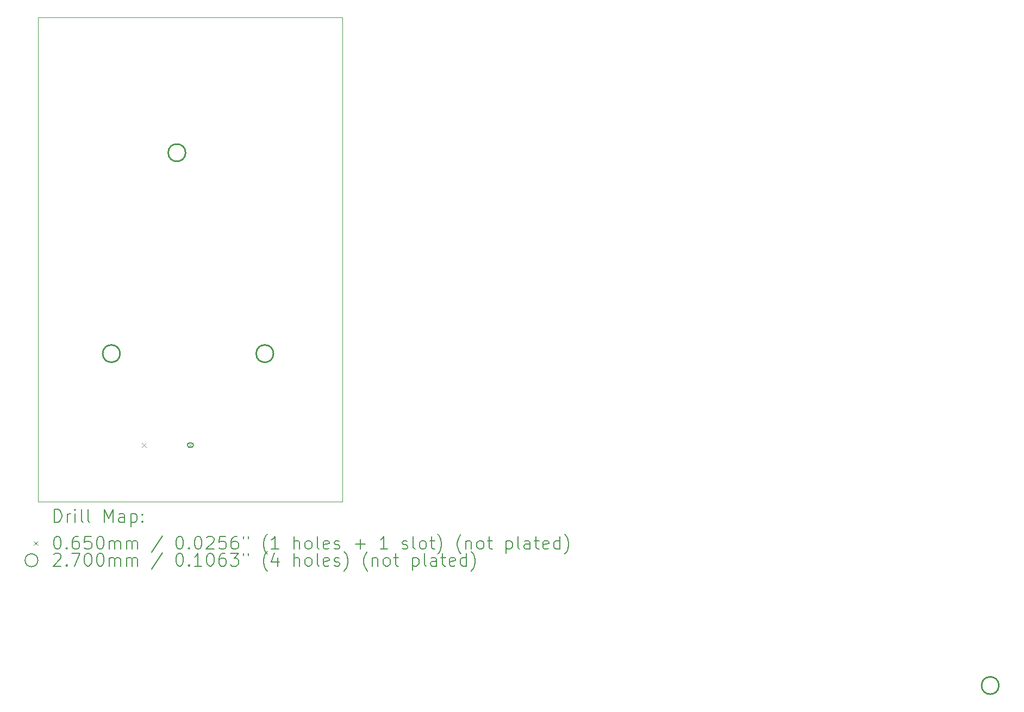
<source format=gbr>
%TF.GenerationSoftware,KiCad,Pcbnew,(6.0.7)*%
%TF.CreationDate,2022-09-28T03:26:42-04:00*%
%TF.ProjectId,picopilotv1,7069636f-7069-46c6-9f74-76312e6b6963,rev?*%
%TF.SameCoordinates,Original*%
%TF.FileFunction,Drillmap*%
%TF.FilePolarity,Positive*%
%FSLAX45Y45*%
G04 Gerber Fmt 4.5, Leading zero omitted, Abs format (unit mm)*
G04 Created by KiCad (PCBNEW (6.0.7)) date 2022-09-28 03:26:42*
%MOMM*%
%LPD*%
G01*
G04 APERTURE LIST*
%ADD10C,0.100000*%
%ADD11C,0.200000*%
%ADD12C,0.065000*%
%ADD13C,0.270000*%
G04 APERTURE END LIST*
D10*
X9260000Y-4560000D02*
X14000000Y-4560000D01*
X14000000Y-4560000D02*
X14000000Y-12110000D01*
X14000000Y-12110000D02*
X9260000Y-12110000D01*
X9260000Y-12110000D02*
X9260000Y-4560000D01*
D11*
D12*
X10877500Y-11191500D02*
X10942500Y-11256500D01*
X10942500Y-11191500D02*
X10877500Y-11256500D01*
X11597500Y-11191500D02*
X11662500Y-11256500D01*
X11662500Y-11191500D02*
X11597500Y-11256500D01*
D11*
X11615000Y-11256500D02*
X11645000Y-11256500D01*
X11615000Y-11191500D02*
X11645000Y-11191500D01*
X11645000Y-11256500D02*
G75*
G03*
X11645000Y-11191500I0J32500D01*
G01*
X11615000Y-11191500D02*
G75*
G03*
X11615000Y-11256500I0J-32500D01*
G01*
D13*
X10535000Y-9800000D02*
G75*
G03*
X10535000Y-9800000I-135000J0D01*
G01*
X11555000Y-6670000D02*
G75*
G03*
X11555000Y-6670000I-135000J0D01*
G01*
X12925000Y-9800000D02*
G75*
G03*
X12925000Y-9800000I-135000J0D01*
G01*
X24225000Y-14970000D02*
G75*
G03*
X24225000Y-14970000I-135000J0D01*
G01*
D11*
X9512619Y-12425476D02*
X9512619Y-12225476D01*
X9560238Y-12225476D01*
X9588810Y-12235000D01*
X9607857Y-12254048D01*
X9617381Y-12273095D01*
X9626905Y-12311190D01*
X9626905Y-12339762D01*
X9617381Y-12377857D01*
X9607857Y-12396905D01*
X9588810Y-12415952D01*
X9560238Y-12425476D01*
X9512619Y-12425476D01*
X9712619Y-12425476D02*
X9712619Y-12292143D01*
X9712619Y-12330238D02*
X9722143Y-12311190D01*
X9731667Y-12301667D01*
X9750714Y-12292143D01*
X9769762Y-12292143D01*
X9836429Y-12425476D02*
X9836429Y-12292143D01*
X9836429Y-12225476D02*
X9826905Y-12235000D01*
X9836429Y-12244524D01*
X9845952Y-12235000D01*
X9836429Y-12225476D01*
X9836429Y-12244524D01*
X9960238Y-12425476D02*
X9941190Y-12415952D01*
X9931667Y-12396905D01*
X9931667Y-12225476D01*
X10065000Y-12425476D02*
X10045952Y-12415952D01*
X10036429Y-12396905D01*
X10036429Y-12225476D01*
X10293571Y-12425476D02*
X10293571Y-12225476D01*
X10360238Y-12368333D01*
X10426905Y-12225476D01*
X10426905Y-12425476D01*
X10607857Y-12425476D02*
X10607857Y-12320714D01*
X10598333Y-12301667D01*
X10579286Y-12292143D01*
X10541190Y-12292143D01*
X10522143Y-12301667D01*
X10607857Y-12415952D02*
X10588810Y-12425476D01*
X10541190Y-12425476D01*
X10522143Y-12415952D01*
X10512619Y-12396905D01*
X10512619Y-12377857D01*
X10522143Y-12358809D01*
X10541190Y-12349286D01*
X10588810Y-12349286D01*
X10607857Y-12339762D01*
X10703095Y-12292143D02*
X10703095Y-12492143D01*
X10703095Y-12301667D02*
X10722143Y-12292143D01*
X10760238Y-12292143D01*
X10779286Y-12301667D01*
X10788810Y-12311190D01*
X10798333Y-12330238D01*
X10798333Y-12387381D01*
X10788810Y-12406428D01*
X10779286Y-12415952D01*
X10760238Y-12425476D01*
X10722143Y-12425476D01*
X10703095Y-12415952D01*
X10884048Y-12406428D02*
X10893571Y-12415952D01*
X10884048Y-12425476D01*
X10874524Y-12415952D01*
X10884048Y-12406428D01*
X10884048Y-12425476D01*
X10884048Y-12301667D02*
X10893571Y-12311190D01*
X10884048Y-12320714D01*
X10874524Y-12311190D01*
X10884048Y-12301667D01*
X10884048Y-12320714D01*
D12*
X9190000Y-12722500D02*
X9255000Y-12787500D01*
X9255000Y-12722500D02*
X9190000Y-12787500D01*
D11*
X9550714Y-12645476D02*
X9569762Y-12645476D01*
X9588810Y-12655000D01*
X9598333Y-12664524D01*
X9607857Y-12683571D01*
X9617381Y-12721667D01*
X9617381Y-12769286D01*
X9607857Y-12807381D01*
X9598333Y-12826428D01*
X9588810Y-12835952D01*
X9569762Y-12845476D01*
X9550714Y-12845476D01*
X9531667Y-12835952D01*
X9522143Y-12826428D01*
X9512619Y-12807381D01*
X9503095Y-12769286D01*
X9503095Y-12721667D01*
X9512619Y-12683571D01*
X9522143Y-12664524D01*
X9531667Y-12655000D01*
X9550714Y-12645476D01*
X9703095Y-12826428D02*
X9712619Y-12835952D01*
X9703095Y-12845476D01*
X9693571Y-12835952D01*
X9703095Y-12826428D01*
X9703095Y-12845476D01*
X9884048Y-12645476D02*
X9845952Y-12645476D01*
X9826905Y-12655000D01*
X9817381Y-12664524D01*
X9798333Y-12693095D01*
X9788810Y-12731190D01*
X9788810Y-12807381D01*
X9798333Y-12826428D01*
X9807857Y-12835952D01*
X9826905Y-12845476D01*
X9865000Y-12845476D01*
X9884048Y-12835952D01*
X9893571Y-12826428D01*
X9903095Y-12807381D01*
X9903095Y-12759762D01*
X9893571Y-12740714D01*
X9884048Y-12731190D01*
X9865000Y-12721667D01*
X9826905Y-12721667D01*
X9807857Y-12731190D01*
X9798333Y-12740714D01*
X9788810Y-12759762D01*
X10084048Y-12645476D02*
X9988810Y-12645476D01*
X9979286Y-12740714D01*
X9988810Y-12731190D01*
X10007857Y-12721667D01*
X10055476Y-12721667D01*
X10074524Y-12731190D01*
X10084048Y-12740714D01*
X10093571Y-12759762D01*
X10093571Y-12807381D01*
X10084048Y-12826428D01*
X10074524Y-12835952D01*
X10055476Y-12845476D01*
X10007857Y-12845476D01*
X9988810Y-12835952D01*
X9979286Y-12826428D01*
X10217381Y-12645476D02*
X10236429Y-12645476D01*
X10255476Y-12655000D01*
X10265000Y-12664524D01*
X10274524Y-12683571D01*
X10284048Y-12721667D01*
X10284048Y-12769286D01*
X10274524Y-12807381D01*
X10265000Y-12826428D01*
X10255476Y-12835952D01*
X10236429Y-12845476D01*
X10217381Y-12845476D01*
X10198333Y-12835952D01*
X10188810Y-12826428D01*
X10179286Y-12807381D01*
X10169762Y-12769286D01*
X10169762Y-12721667D01*
X10179286Y-12683571D01*
X10188810Y-12664524D01*
X10198333Y-12655000D01*
X10217381Y-12645476D01*
X10369762Y-12845476D02*
X10369762Y-12712143D01*
X10369762Y-12731190D02*
X10379286Y-12721667D01*
X10398333Y-12712143D01*
X10426905Y-12712143D01*
X10445952Y-12721667D01*
X10455476Y-12740714D01*
X10455476Y-12845476D01*
X10455476Y-12740714D02*
X10465000Y-12721667D01*
X10484048Y-12712143D01*
X10512619Y-12712143D01*
X10531667Y-12721667D01*
X10541190Y-12740714D01*
X10541190Y-12845476D01*
X10636429Y-12845476D02*
X10636429Y-12712143D01*
X10636429Y-12731190D02*
X10645952Y-12721667D01*
X10665000Y-12712143D01*
X10693571Y-12712143D01*
X10712619Y-12721667D01*
X10722143Y-12740714D01*
X10722143Y-12845476D01*
X10722143Y-12740714D02*
X10731667Y-12721667D01*
X10750714Y-12712143D01*
X10779286Y-12712143D01*
X10798333Y-12721667D01*
X10807857Y-12740714D01*
X10807857Y-12845476D01*
X11198333Y-12635952D02*
X11026905Y-12893095D01*
X11455476Y-12645476D02*
X11474524Y-12645476D01*
X11493571Y-12655000D01*
X11503095Y-12664524D01*
X11512619Y-12683571D01*
X11522143Y-12721667D01*
X11522143Y-12769286D01*
X11512619Y-12807381D01*
X11503095Y-12826428D01*
X11493571Y-12835952D01*
X11474524Y-12845476D01*
X11455476Y-12845476D01*
X11436428Y-12835952D01*
X11426905Y-12826428D01*
X11417381Y-12807381D01*
X11407857Y-12769286D01*
X11407857Y-12721667D01*
X11417381Y-12683571D01*
X11426905Y-12664524D01*
X11436428Y-12655000D01*
X11455476Y-12645476D01*
X11607857Y-12826428D02*
X11617381Y-12835952D01*
X11607857Y-12845476D01*
X11598333Y-12835952D01*
X11607857Y-12826428D01*
X11607857Y-12845476D01*
X11741190Y-12645476D02*
X11760238Y-12645476D01*
X11779286Y-12655000D01*
X11788809Y-12664524D01*
X11798333Y-12683571D01*
X11807857Y-12721667D01*
X11807857Y-12769286D01*
X11798333Y-12807381D01*
X11788809Y-12826428D01*
X11779286Y-12835952D01*
X11760238Y-12845476D01*
X11741190Y-12845476D01*
X11722143Y-12835952D01*
X11712619Y-12826428D01*
X11703095Y-12807381D01*
X11693571Y-12769286D01*
X11693571Y-12721667D01*
X11703095Y-12683571D01*
X11712619Y-12664524D01*
X11722143Y-12655000D01*
X11741190Y-12645476D01*
X11884048Y-12664524D02*
X11893571Y-12655000D01*
X11912619Y-12645476D01*
X11960238Y-12645476D01*
X11979286Y-12655000D01*
X11988809Y-12664524D01*
X11998333Y-12683571D01*
X11998333Y-12702619D01*
X11988809Y-12731190D01*
X11874524Y-12845476D01*
X11998333Y-12845476D01*
X12179286Y-12645476D02*
X12084048Y-12645476D01*
X12074524Y-12740714D01*
X12084048Y-12731190D01*
X12103095Y-12721667D01*
X12150714Y-12721667D01*
X12169762Y-12731190D01*
X12179286Y-12740714D01*
X12188809Y-12759762D01*
X12188809Y-12807381D01*
X12179286Y-12826428D01*
X12169762Y-12835952D01*
X12150714Y-12845476D01*
X12103095Y-12845476D01*
X12084048Y-12835952D01*
X12074524Y-12826428D01*
X12360238Y-12645476D02*
X12322143Y-12645476D01*
X12303095Y-12655000D01*
X12293571Y-12664524D01*
X12274524Y-12693095D01*
X12265000Y-12731190D01*
X12265000Y-12807381D01*
X12274524Y-12826428D01*
X12284048Y-12835952D01*
X12303095Y-12845476D01*
X12341190Y-12845476D01*
X12360238Y-12835952D01*
X12369762Y-12826428D01*
X12379286Y-12807381D01*
X12379286Y-12759762D01*
X12369762Y-12740714D01*
X12360238Y-12731190D01*
X12341190Y-12721667D01*
X12303095Y-12721667D01*
X12284048Y-12731190D01*
X12274524Y-12740714D01*
X12265000Y-12759762D01*
X12455476Y-12645476D02*
X12455476Y-12683571D01*
X12531667Y-12645476D02*
X12531667Y-12683571D01*
X12826905Y-12921667D02*
X12817381Y-12912143D01*
X12798333Y-12883571D01*
X12788809Y-12864524D01*
X12779286Y-12835952D01*
X12769762Y-12788333D01*
X12769762Y-12750238D01*
X12779286Y-12702619D01*
X12788809Y-12674048D01*
X12798333Y-12655000D01*
X12817381Y-12626428D01*
X12826905Y-12616905D01*
X13007857Y-12845476D02*
X12893571Y-12845476D01*
X12950714Y-12845476D02*
X12950714Y-12645476D01*
X12931667Y-12674048D01*
X12912619Y-12693095D01*
X12893571Y-12702619D01*
X13245952Y-12845476D02*
X13245952Y-12645476D01*
X13331667Y-12845476D02*
X13331667Y-12740714D01*
X13322143Y-12721667D01*
X13303095Y-12712143D01*
X13274524Y-12712143D01*
X13255476Y-12721667D01*
X13245952Y-12731190D01*
X13455476Y-12845476D02*
X13436428Y-12835952D01*
X13426905Y-12826428D01*
X13417381Y-12807381D01*
X13417381Y-12750238D01*
X13426905Y-12731190D01*
X13436428Y-12721667D01*
X13455476Y-12712143D01*
X13484048Y-12712143D01*
X13503095Y-12721667D01*
X13512619Y-12731190D01*
X13522143Y-12750238D01*
X13522143Y-12807381D01*
X13512619Y-12826428D01*
X13503095Y-12835952D01*
X13484048Y-12845476D01*
X13455476Y-12845476D01*
X13636428Y-12845476D02*
X13617381Y-12835952D01*
X13607857Y-12816905D01*
X13607857Y-12645476D01*
X13788809Y-12835952D02*
X13769762Y-12845476D01*
X13731667Y-12845476D01*
X13712619Y-12835952D01*
X13703095Y-12816905D01*
X13703095Y-12740714D01*
X13712619Y-12721667D01*
X13731667Y-12712143D01*
X13769762Y-12712143D01*
X13788809Y-12721667D01*
X13798333Y-12740714D01*
X13798333Y-12759762D01*
X13703095Y-12778809D01*
X13874524Y-12835952D02*
X13893571Y-12845476D01*
X13931667Y-12845476D01*
X13950714Y-12835952D01*
X13960238Y-12816905D01*
X13960238Y-12807381D01*
X13950714Y-12788333D01*
X13931667Y-12778809D01*
X13903095Y-12778809D01*
X13884048Y-12769286D01*
X13874524Y-12750238D01*
X13874524Y-12740714D01*
X13884048Y-12721667D01*
X13903095Y-12712143D01*
X13931667Y-12712143D01*
X13950714Y-12721667D01*
X14198333Y-12769286D02*
X14350714Y-12769286D01*
X14274524Y-12845476D02*
X14274524Y-12693095D01*
X14703095Y-12845476D02*
X14588809Y-12845476D01*
X14645952Y-12845476D02*
X14645952Y-12645476D01*
X14626905Y-12674048D01*
X14607857Y-12693095D01*
X14588809Y-12702619D01*
X14931667Y-12835952D02*
X14950714Y-12845476D01*
X14988809Y-12845476D01*
X15007857Y-12835952D01*
X15017381Y-12816905D01*
X15017381Y-12807381D01*
X15007857Y-12788333D01*
X14988809Y-12778809D01*
X14960238Y-12778809D01*
X14941190Y-12769286D01*
X14931667Y-12750238D01*
X14931667Y-12740714D01*
X14941190Y-12721667D01*
X14960238Y-12712143D01*
X14988809Y-12712143D01*
X15007857Y-12721667D01*
X15131667Y-12845476D02*
X15112619Y-12835952D01*
X15103095Y-12816905D01*
X15103095Y-12645476D01*
X15236428Y-12845476D02*
X15217381Y-12835952D01*
X15207857Y-12826428D01*
X15198333Y-12807381D01*
X15198333Y-12750238D01*
X15207857Y-12731190D01*
X15217381Y-12721667D01*
X15236428Y-12712143D01*
X15265000Y-12712143D01*
X15284048Y-12721667D01*
X15293571Y-12731190D01*
X15303095Y-12750238D01*
X15303095Y-12807381D01*
X15293571Y-12826428D01*
X15284048Y-12835952D01*
X15265000Y-12845476D01*
X15236428Y-12845476D01*
X15360238Y-12712143D02*
X15436428Y-12712143D01*
X15388809Y-12645476D02*
X15388809Y-12816905D01*
X15398333Y-12835952D01*
X15417381Y-12845476D01*
X15436428Y-12845476D01*
X15484048Y-12921667D02*
X15493571Y-12912143D01*
X15512619Y-12883571D01*
X15522143Y-12864524D01*
X15531667Y-12835952D01*
X15541190Y-12788333D01*
X15541190Y-12750238D01*
X15531667Y-12702619D01*
X15522143Y-12674048D01*
X15512619Y-12655000D01*
X15493571Y-12626428D01*
X15484048Y-12616905D01*
X15845952Y-12921667D02*
X15836428Y-12912143D01*
X15817381Y-12883571D01*
X15807857Y-12864524D01*
X15798333Y-12835952D01*
X15788809Y-12788333D01*
X15788809Y-12750238D01*
X15798333Y-12702619D01*
X15807857Y-12674048D01*
X15817381Y-12655000D01*
X15836428Y-12626428D01*
X15845952Y-12616905D01*
X15922143Y-12712143D02*
X15922143Y-12845476D01*
X15922143Y-12731190D02*
X15931667Y-12721667D01*
X15950714Y-12712143D01*
X15979286Y-12712143D01*
X15998333Y-12721667D01*
X16007857Y-12740714D01*
X16007857Y-12845476D01*
X16131667Y-12845476D02*
X16112619Y-12835952D01*
X16103095Y-12826428D01*
X16093571Y-12807381D01*
X16093571Y-12750238D01*
X16103095Y-12731190D01*
X16112619Y-12721667D01*
X16131667Y-12712143D01*
X16160238Y-12712143D01*
X16179286Y-12721667D01*
X16188809Y-12731190D01*
X16198333Y-12750238D01*
X16198333Y-12807381D01*
X16188809Y-12826428D01*
X16179286Y-12835952D01*
X16160238Y-12845476D01*
X16131667Y-12845476D01*
X16255476Y-12712143D02*
X16331667Y-12712143D01*
X16284048Y-12645476D02*
X16284048Y-12816905D01*
X16293571Y-12835952D01*
X16312619Y-12845476D01*
X16331667Y-12845476D01*
X16550714Y-12712143D02*
X16550714Y-12912143D01*
X16550714Y-12721667D02*
X16569762Y-12712143D01*
X16607857Y-12712143D01*
X16626905Y-12721667D01*
X16636428Y-12731190D01*
X16645952Y-12750238D01*
X16645952Y-12807381D01*
X16636428Y-12826428D01*
X16626905Y-12835952D01*
X16607857Y-12845476D01*
X16569762Y-12845476D01*
X16550714Y-12835952D01*
X16760238Y-12845476D02*
X16741190Y-12835952D01*
X16731667Y-12816905D01*
X16731667Y-12645476D01*
X16922143Y-12845476D02*
X16922143Y-12740714D01*
X16912619Y-12721667D01*
X16893571Y-12712143D01*
X16855476Y-12712143D01*
X16836429Y-12721667D01*
X16922143Y-12835952D02*
X16903095Y-12845476D01*
X16855476Y-12845476D01*
X16836429Y-12835952D01*
X16826905Y-12816905D01*
X16826905Y-12797857D01*
X16836429Y-12778809D01*
X16855476Y-12769286D01*
X16903095Y-12769286D01*
X16922143Y-12759762D01*
X16988810Y-12712143D02*
X17065000Y-12712143D01*
X17017381Y-12645476D02*
X17017381Y-12816905D01*
X17026905Y-12835952D01*
X17045952Y-12845476D01*
X17065000Y-12845476D01*
X17207857Y-12835952D02*
X17188810Y-12845476D01*
X17150714Y-12845476D01*
X17131667Y-12835952D01*
X17122143Y-12816905D01*
X17122143Y-12740714D01*
X17131667Y-12721667D01*
X17150714Y-12712143D01*
X17188810Y-12712143D01*
X17207857Y-12721667D01*
X17217381Y-12740714D01*
X17217381Y-12759762D01*
X17122143Y-12778809D01*
X17388810Y-12845476D02*
X17388810Y-12645476D01*
X17388810Y-12835952D02*
X17369762Y-12845476D01*
X17331667Y-12845476D01*
X17312619Y-12835952D01*
X17303095Y-12826428D01*
X17293571Y-12807381D01*
X17293571Y-12750238D01*
X17303095Y-12731190D01*
X17312619Y-12721667D01*
X17331667Y-12712143D01*
X17369762Y-12712143D01*
X17388810Y-12721667D01*
X17465000Y-12921667D02*
X17474524Y-12912143D01*
X17493571Y-12883571D01*
X17503095Y-12864524D01*
X17512619Y-12835952D01*
X17522143Y-12788333D01*
X17522143Y-12750238D01*
X17512619Y-12702619D01*
X17503095Y-12674048D01*
X17493571Y-12655000D01*
X17474524Y-12626428D01*
X17465000Y-12616905D01*
X9255000Y-13019000D02*
G75*
G03*
X9255000Y-13019000I-100000J0D01*
G01*
X9503095Y-12928524D02*
X9512619Y-12919000D01*
X9531667Y-12909476D01*
X9579286Y-12909476D01*
X9598333Y-12919000D01*
X9607857Y-12928524D01*
X9617381Y-12947571D01*
X9617381Y-12966619D01*
X9607857Y-12995190D01*
X9493571Y-13109476D01*
X9617381Y-13109476D01*
X9703095Y-13090428D02*
X9712619Y-13099952D01*
X9703095Y-13109476D01*
X9693571Y-13099952D01*
X9703095Y-13090428D01*
X9703095Y-13109476D01*
X9779286Y-12909476D02*
X9912619Y-12909476D01*
X9826905Y-13109476D01*
X10026905Y-12909476D02*
X10045952Y-12909476D01*
X10065000Y-12919000D01*
X10074524Y-12928524D01*
X10084048Y-12947571D01*
X10093571Y-12985667D01*
X10093571Y-13033286D01*
X10084048Y-13071381D01*
X10074524Y-13090428D01*
X10065000Y-13099952D01*
X10045952Y-13109476D01*
X10026905Y-13109476D01*
X10007857Y-13099952D01*
X9998333Y-13090428D01*
X9988810Y-13071381D01*
X9979286Y-13033286D01*
X9979286Y-12985667D01*
X9988810Y-12947571D01*
X9998333Y-12928524D01*
X10007857Y-12919000D01*
X10026905Y-12909476D01*
X10217381Y-12909476D02*
X10236429Y-12909476D01*
X10255476Y-12919000D01*
X10265000Y-12928524D01*
X10274524Y-12947571D01*
X10284048Y-12985667D01*
X10284048Y-13033286D01*
X10274524Y-13071381D01*
X10265000Y-13090428D01*
X10255476Y-13099952D01*
X10236429Y-13109476D01*
X10217381Y-13109476D01*
X10198333Y-13099952D01*
X10188810Y-13090428D01*
X10179286Y-13071381D01*
X10169762Y-13033286D01*
X10169762Y-12985667D01*
X10179286Y-12947571D01*
X10188810Y-12928524D01*
X10198333Y-12919000D01*
X10217381Y-12909476D01*
X10369762Y-13109476D02*
X10369762Y-12976143D01*
X10369762Y-12995190D02*
X10379286Y-12985667D01*
X10398333Y-12976143D01*
X10426905Y-12976143D01*
X10445952Y-12985667D01*
X10455476Y-13004714D01*
X10455476Y-13109476D01*
X10455476Y-13004714D02*
X10465000Y-12985667D01*
X10484048Y-12976143D01*
X10512619Y-12976143D01*
X10531667Y-12985667D01*
X10541190Y-13004714D01*
X10541190Y-13109476D01*
X10636429Y-13109476D02*
X10636429Y-12976143D01*
X10636429Y-12995190D02*
X10645952Y-12985667D01*
X10665000Y-12976143D01*
X10693571Y-12976143D01*
X10712619Y-12985667D01*
X10722143Y-13004714D01*
X10722143Y-13109476D01*
X10722143Y-13004714D02*
X10731667Y-12985667D01*
X10750714Y-12976143D01*
X10779286Y-12976143D01*
X10798333Y-12985667D01*
X10807857Y-13004714D01*
X10807857Y-13109476D01*
X11198333Y-12899952D02*
X11026905Y-13157095D01*
X11455476Y-12909476D02*
X11474524Y-12909476D01*
X11493571Y-12919000D01*
X11503095Y-12928524D01*
X11512619Y-12947571D01*
X11522143Y-12985667D01*
X11522143Y-13033286D01*
X11512619Y-13071381D01*
X11503095Y-13090428D01*
X11493571Y-13099952D01*
X11474524Y-13109476D01*
X11455476Y-13109476D01*
X11436428Y-13099952D01*
X11426905Y-13090428D01*
X11417381Y-13071381D01*
X11407857Y-13033286D01*
X11407857Y-12985667D01*
X11417381Y-12947571D01*
X11426905Y-12928524D01*
X11436428Y-12919000D01*
X11455476Y-12909476D01*
X11607857Y-13090428D02*
X11617381Y-13099952D01*
X11607857Y-13109476D01*
X11598333Y-13099952D01*
X11607857Y-13090428D01*
X11607857Y-13109476D01*
X11807857Y-13109476D02*
X11693571Y-13109476D01*
X11750714Y-13109476D02*
X11750714Y-12909476D01*
X11731667Y-12938048D01*
X11712619Y-12957095D01*
X11693571Y-12966619D01*
X11931667Y-12909476D02*
X11950714Y-12909476D01*
X11969762Y-12919000D01*
X11979286Y-12928524D01*
X11988809Y-12947571D01*
X11998333Y-12985667D01*
X11998333Y-13033286D01*
X11988809Y-13071381D01*
X11979286Y-13090428D01*
X11969762Y-13099952D01*
X11950714Y-13109476D01*
X11931667Y-13109476D01*
X11912619Y-13099952D01*
X11903095Y-13090428D01*
X11893571Y-13071381D01*
X11884048Y-13033286D01*
X11884048Y-12985667D01*
X11893571Y-12947571D01*
X11903095Y-12928524D01*
X11912619Y-12919000D01*
X11931667Y-12909476D01*
X12169762Y-12909476D02*
X12131667Y-12909476D01*
X12112619Y-12919000D01*
X12103095Y-12928524D01*
X12084048Y-12957095D01*
X12074524Y-12995190D01*
X12074524Y-13071381D01*
X12084048Y-13090428D01*
X12093571Y-13099952D01*
X12112619Y-13109476D01*
X12150714Y-13109476D01*
X12169762Y-13099952D01*
X12179286Y-13090428D01*
X12188809Y-13071381D01*
X12188809Y-13023762D01*
X12179286Y-13004714D01*
X12169762Y-12995190D01*
X12150714Y-12985667D01*
X12112619Y-12985667D01*
X12093571Y-12995190D01*
X12084048Y-13004714D01*
X12074524Y-13023762D01*
X12255476Y-12909476D02*
X12379286Y-12909476D01*
X12312619Y-12985667D01*
X12341190Y-12985667D01*
X12360238Y-12995190D01*
X12369762Y-13004714D01*
X12379286Y-13023762D01*
X12379286Y-13071381D01*
X12369762Y-13090428D01*
X12360238Y-13099952D01*
X12341190Y-13109476D01*
X12284048Y-13109476D01*
X12265000Y-13099952D01*
X12255476Y-13090428D01*
X12455476Y-12909476D02*
X12455476Y-12947571D01*
X12531667Y-12909476D02*
X12531667Y-12947571D01*
X12826905Y-13185667D02*
X12817381Y-13176143D01*
X12798333Y-13147571D01*
X12788809Y-13128524D01*
X12779286Y-13099952D01*
X12769762Y-13052333D01*
X12769762Y-13014238D01*
X12779286Y-12966619D01*
X12788809Y-12938048D01*
X12798333Y-12919000D01*
X12817381Y-12890428D01*
X12826905Y-12880905D01*
X12988809Y-12976143D02*
X12988809Y-13109476D01*
X12941190Y-12899952D02*
X12893571Y-13042809D01*
X13017381Y-13042809D01*
X13245952Y-13109476D02*
X13245952Y-12909476D01*
X13331667Y-13109476D02*
X13331667Y-13004714D01*
X13322143Y-12985667D01*
X13303095Y-12976143D01*
X13274524Y-12976143D01*
X13255476Y-12985667D01*
X13245952Y-12995190D01*
X13455476Y-13109476D02*
X13436428Y-13099952D01*
X13426905Y-13090428D01*
X13417381Y-13071381D01*
X13417381Y-13014238D01*
X13426905Y-12995190D01*
X13436428Y-12985667D01*
X13455476Y-12976143D01*
X13484048Y-12976143D01*
X13503095Y-12985667D01*
X13512619Y-12995190D01*
X13522143Y-13014238D01*
X13522143Y-13071381D01*
X13512619Y-13090428D01*
X13503095Y-13099952D01*
X13484048Y-13109476D01*
X13455476Y-13109476D01*
X13636428Y-13109476D02*
X13617381Y-13099952D01*
X13607857Y-13080905D01*
X13607857Y-12909476D01*
X13788809Y-13099952D02*
X13769762Y-13109476D01*
X13731667Y-13109476D01*
X13712619Y-13099952D01*
X13703095Y-13080905D01*
X13703095Y-13004714D01*
X13712619Y-12985667D01*
X13731667Y-12976143D01*
X13769762Y-12976143D01*
X13788809Y-12985667D01*
X13798333Y-13004714D01*
X13798333Y-13023762D01*
X13703095Y-13042809D01*
X13874524Y-13099952D02*
X13893571Y-13109476D01*
X13931667Y-13109476D01*
X13950714Y-13099952D01*
X13960238Y-13080905D01*
X13960238Y-13071381D01*
X13950714Y-13052333D01*
X13931667Y-13042809D01*
X13903095Y-13042809D01*
X13884048Y-13033286D01*
X13874524Y-13014238D01*
X13874524Y-13004714D01*
X13884048Y-12985667D01*
X13903095Y-12976143D01*
X13931667Y-12976143D01*
X13950714Y-12985667D01*
X14026905Y-13185667D02*
X14036428Y-13176143D01*
X14055476Y-13147571D01*
X14065000Y-13128524D01*
X14074524Y-13099952D01*
X14084048Y-13052333D01*
X14084048Y-13014238D01*
X14074524Y-12966619D01*
X14065000Y-12938048D01*
X14055476Y-12919000D01*
X14036428Y-12890428D01*
X14026905Y-12880905D01*
X14388809Y-13185667D02*
X14379286Y-13176143D01*
X14360238Y-13147571D01*
X14350714Y-13128524D01*
X14341190Y-13099952D01*
X14331667Y-13052333D01*
X14331667Y-13014238D01*
X14341190Y-12966619D01*
X14350714Y-12938048D01*
X14360238Y-12919000D01*
X14379286Y-12890428D01*
X14388809Y-12880905D01*
X14465000Y-12976143D02*
X14465000Y-13109476D01*
X14465000Y-12995190D02*
X14474524Y-12985667D01*
X14493571Y-12976143D01*
X14522143Y-12976143D01*
X14541190Y-12985667D01*
X14550714Y-13004714D01*
X14550714Y-13109476D01*
X14674524Y-13109476D02*
X14655476Y-13099952D01*
X14645952Y-13090428D01*
X14636428Y-13071381D01*
X14636428Y-13014238D01*
X14645952Y-12995190D01*
X14655476Y-12985667D01*
X14674524Y-12976143D01*
X14703095Y-12976143D01*
X14722143Y-12985667D01*
X14731667Y-12995190D01*
X14741190Y-13014238D01*
X14741190Y-13071381D01*
X14731667Y-13090428D01*
X14722143Y-13099952D01*
X14703095Y-13109476D01*
X14674524Y-13109476D01*
X14798333Y-12976143D02*
X14874524Y-12976143D01*
X14826905Y-12909476D02*
X14826905Y-13080905D01*
X14836428Y-13099952D01*
X14855476Y-13109476D01*
X14874524Y-13109476D01*
X15093571Y-12976143D02*
X15093571Y-13176143D01*
X15093571Y-12985667D02*
X15112619Y-12976143D01*
X15150714Y-12976143D01*
X15169762Y-12985667D01*
X15179286Y-12995190D01*
X15188809Y-13014238D01*
X15188809Y-13071381D01*
X15179286Y-13090428D01*
X15169762Y-13099952D01*
X15150714Y-13109476D01*
X15112619Y-13109476D01*
X15093571Y-13099952D01*
X15303095Y-13109476D02*
X15284048Y-13099952D01*
X15274524Y-13080905D01*
X15274524Y-12909476D01*
X15465000Y-13109476D02*
X15465000Y-13004714D01*
X15455476Y-12985667D01*
X15436428Y-12976143D01*
X15398333Y-12976143D01*
X15379286Y-12985667D01*
X15465000Y-13099952D02*
X15445952Y-13109476D01*
X15398333Y-13109476D01*
X15379286Y-13099952D01*
X15369762Y-13080905D01*
X15369762Y-13061857D01*
X15379286Y-13042809D01*
X15398333Y-13033286D01*
X15445952Y-13033286D01*
X15465000Y-13023762D01*
X15531667Y-12976143D02*
X15607857Y-12976143D01*
X15560238Y-12909476D02*
X15560238Y-13080905D01*
X15569762Y-13099952D01*
X15588809Y-13109476D01*
X15607857Y-13109476D01*
X15750714Y-13099952D02*
X15731667Y-13109476D01*
X15693571Y-13109476D01*
X15674524Y-13099952D01*
X15665000Y-13080905D01*
X15665000Y-13004714D01*
X15674524Y-12985667D01*
X15693571Y-12976143D01*
X15731667Y-12976143D01*
X15750714Y-12985667D01*
X15760238Y-13004714D01*
X15760238Y-13023762D01*
X15665000Y-13042809D01*
X15931667Y-13109476D02*
X15931667Y-12909476D01*
X15931667Y-13099952D02*
X15912619Y-13109476D01*
X15874524Y-13109476D01*
X15855476Y-13099952D01*
X15845952Y-13090428D01*
X15836428Y-13071381D01*
X15836428Y-13014238D01*
X15845952Y-12995190D01*
X15855476Y-12985667D01*
X15874524Y-12976143D01*
X15912619Y-12976143D01*
X15931667Y-12985667D01*
X16007857Y-13185667D02*
X16017381Y-13176143D01*
X16036428Y-13147571D01*
X16045952Y-13128524D01*
X16055476Y-13099952D01*
X16065000Y-13052333D01*
X16065000Y-13014238D01*
X16055476Y-12966619D01*
X16045952Y-12938048D01*
X16036428Y-12919000D01*
X16017381Y-12890428D01*
X16007857Y-12880905D01*
M02*

</source>
